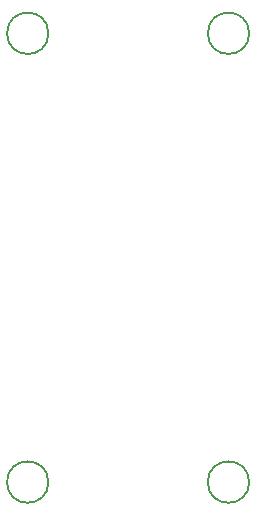
<source format=gbr>
%TF.GenerationSoftware,KiCad,Pcbnew,7.0.2*%
%TF.CreationDate,2023-10-04T18:59:29-06:00*%
%TF.ProjectId,micro-d-tes-aaray,6d696372-6f2d-4642-9d74-65732d616172,rev?*%
%TF.SameCoordinates,Original*%
%TF.FileFunction,Other,Comment*%
%FSLAX46Y46*%
G04 Gerber Fmt 4.6, Leading zero omitted, Abs format (unit mm)*
G04 Created by KiCad (PCBNEW 7.0.2) date 2023-10-04 18:59:29*
%MOMM*%
%LPD*%
G01*
G04 APERTURE LIST*
%ADD10C,0.150000*%
G04 APERTURE END LIST*
D10*
%TO.C,H1*%
X11002600Y-50750000D02*
G75*
G03*
X11002600Y-50750000I-1752600J0D01*
G01*
%TO.C,H4*%
X11002600Y-12750000D02*
G75*
G03*
X11002600Y-12750000I-1752600J0D01*
G01*
%TO.C,H3*%
X28002600Y-50750000D02*
G75*
G03*
X28002600Y-50750000I-1752600J0D01*
G01*
%TO.C,H2*%
X28002600Y-12750000D02*
G75*
G03*
X28002600Y-12750000I-1752600J0D01*
G01*
%TD*%
M02*

</source>
